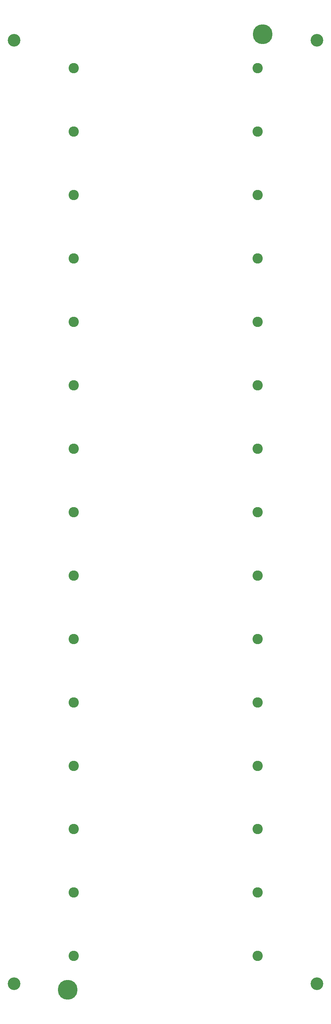
<source format=gbr>
%TF.GenerationSoftware,KiCad,Pcbnew,8.0.8*%
%TF.CreationDate,2025-05-07T18:07:23+01:00*%
%TF.ProjectId,OutputCompositeResistorSubcircuit2,4f757470-7574-4436-9f6d-706f73697465,rev?*%
%TF.SameCoordinates,Original*%
%TF.FileFunction,Soldermask,Top*%
%TF.FilePolarity,Negative*%
%FSLAX46Y46*%
G04 Gerber Fmt 4.6, Leading zero omitted, Abs format (unit mm)*
G04 Created by KiCad (PCBNEW 8.0.8) date 2025-05-07 18:07:23*
%MOMM*%
%LPD*%
G01*
G04 APERTURE LIST*
%ADD10C,3.200000*%
%ADD11C,2.600000*%
%ADD12C,5.000000*%
G04 APERTURE END LIST*
D10*
%TO.C,J6*%
X111250000Y-26000000D03*
%TD*%
%TO.C,J5*%
X34750000Y-26000000D03*
%TD*%
D11*
%TO.C,R15*%
X49750000Y-33000000D03*
X96250000Y-33000000D03*
%TD*%
%TO.C,R14*%
X96250000Y-49000000D03*
X49750000Y-49000000D03*
%TD*%
%TO.C,R13*%
X49750000Y-65000000D03*
X96250000Y-65000000D03*
%TD*%
%TO.C,R12*%
X96250000Y-81000000D03*
X49750000Y-81000000D03*
%TD*%
%TO.C,R11*%
X49750000Y-97000000D03*
X96250000Y-97000000D03*
%TD*%
%TO.C,R10*%
X96250000Y-113000000D03*
X49750000Y-113000000D03*
%TD*%
%TO.C,R9*%
X96250000Y-129000000D03*
X49750000Y-129000000D03*
%TD*%
%TO.C,R8*%
X49750000Y-145000000D03*
X96250000Y-145000000D03*
%TD*%
%TO.C,R7*%
X49750000Y-161000000D03*
X96250000Y-161000000D03*
%TD*%
%TO.C,R6*%
X49750000Y-177000000D03*
X96250000Y-177000000D03*
%TD*%
D10*
%TO.C,J4*%
X111250000Y-264000000D03*
%TD*%
D12*
%TO.C,J2*%
X97500000Y-24500000D03*
%TD*%
D11*
%TO.C,R5*%
X49750000Y-193000000D03*
X96250000Y-193000000D03*
%TD*%
%TO.C,R2*%
X96250000Y-241000000D03*
X49750000Y-241000000D03*
%TD*%
%TO.C,R4*%
X96250000Y-209000000D03*
X49750000Y-209000000D03*
%TD*%
D12*
%TO.C,J1*%
X48250000Y-265500000D03*
%TD*%
D11*
%TO.C,R3*%
X96250000Y-225000000D03*
X49750000Y-225000000D03*
%TD*%
D10*
%TO.C,J3*%
X34750000Y-264000000D03*
%TD*%
D11*
%TO.C,R1*%
X49750000Y-257000000D03*
X96250000Y-257000000D03*
%TD*%
M02*

</source>
